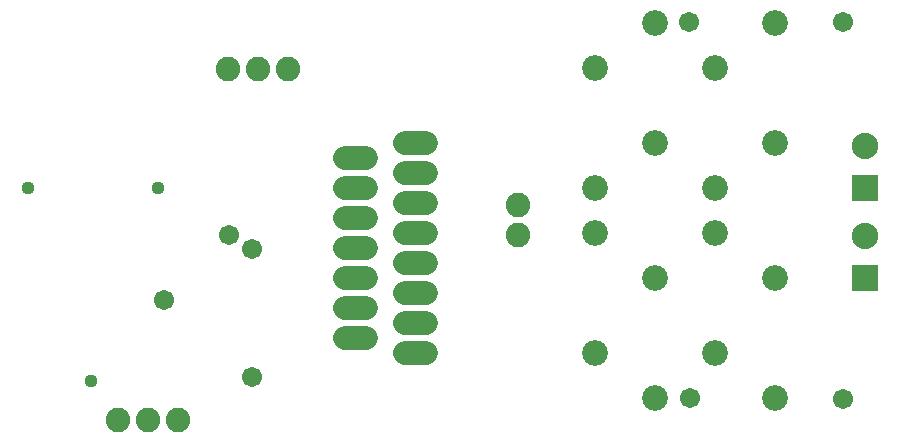
<source format=gbr>
G04 EAGLE Gerber RS-274X export*
G75*
%MOMM*%
%FSLAX34Y34*%
%LPD*%
%INSoldermask Bottom*%
%IPPOS*%
%AMOC8*
5,1,8,0,0,1.08239X$1,22.5*%
G01*
%ADD10C,2.184400*%
%ADD11C,2.003200*%
%ADD12C,2.082800*%
%ADD13R,2.235200X2.235200*%
%ADD14C,2.235200*%
%ADD15C,1.703200*%
%ADD16C,1.109600*%


D10*
X647700Y228600D03*
X647700Y127000D03*
X596900Y266700D03*
X596900Y165100D03*
X596900Y304800D03*
X596900Y406400D03*
X647700Y342900D03*
X647700Y444500D03*
X546100Y127000D03*
X546100Y228600D03*
X495300Y165100D03*
X495300Y266700D03*
X495300Y406400D03*
X495300Y304800D03*
X546100Y444500D03*
X546100Y342900D03*
D11*
X301100Y254000D02*
X283100Y254000D01*
X333900Y266700D02*
X351900Y266700D01*
X301100Y279400D02*
X283100Y279400D01*
X333900Y292100D02*
X351900Y292100D01*
X301100Y304800D02*
X283100Y304800D01*
X333900Y317500D02*
X351900Y317500D01*
X351900Y241300D02*
X333900Y241300D01*
X301100Y228600D02*
X283100Y228600D01*
X333900Y215900D02*
X351900Y215900D01*
X301100Y203200D02*
X283100Y203200D01*
X333900Y190500D02*
X351900Y190500D01*
X301100Y330200D02*
X283100Y330200D01*
X333900Y342900D02*
X351900Y342900D01*
X301100Y177800D02*
X283100Y177800D01*
X333900Y165100D02*
X351900Y165100D01*
D12*
X142100Y108100D03*
X116700Y108100D03*
X91300Y108100D03*
D13*
X723900Y228600D03*
D14*
X723900Y263600D03*
D13*
X723900Y304800D03*
D14*
X723900Y339800D03*
D12*
X430000Y290000D03*
X430000Y264600D03*
X235000Y405000D03*
X209600Y405000D03*
X184200Y405000D03*
D15*
X575000Y445000D03*
X575310Y127000D03*
X205000Y145000D03*
D16*
X125000Y305000D03*
X15000Y305000D03*
X68580Y140970D03*
D15*
X205000Y252730D03*
X130000Y210000D03*
X185000Y265000D03*
X705000Y445000D03*
X704850Y125730D03*
M02*

</source>
